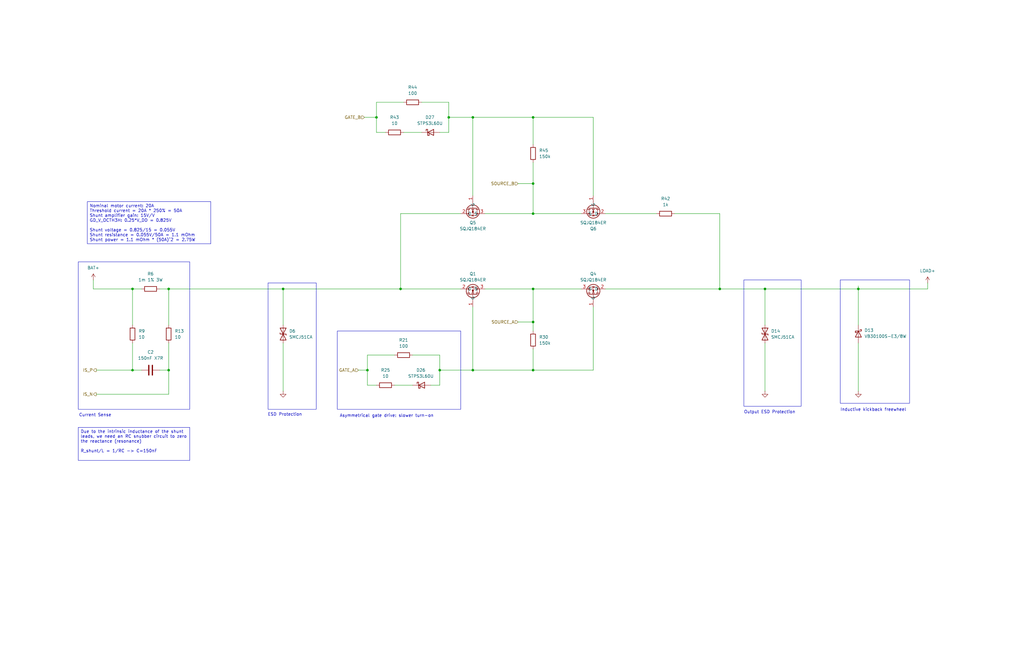
<source format=kicad_sch>
(kicad_sch
	(version 20250114)
	(generator "eeschema")
	(generator_version "9.0")
	(uuid "9f438d2a-fbd2-49bf-bcb3-9e89853a7bfb")
	(paper "B")
	(title_block
		(date "2025-04-14")
		(rev "R2.0.0")
	)
	(lib_symbols
		(symbol "Device:C"
			(pin_numbers
				(hide yes)
			)
			(pin_names
				(offset 0.254)
			)
			(exclude_from_sim no)
			(in_bom yes)
			(on_board yes)
			(property "Reference" "C"
				(at 0.635 2.54 0)
				(effects
					(font
						(size 1.27 1.27)
					)
					(justify left)
				)
			)
			(property "Value" "C"
				(at 0.635 -2.54 0)
				(effects
					(font
						(size 1.27 1.27)
					)
					(justify left)
				)
			)
			(property "Footprint" ""
				(at 0.9652 -3.81 0)
				(effects
					(font
						(size 1.27 1.27)
					)
					(hide yes)
				)
			)
			(property "Datasheet" "~"
				(at 0 0 0)
				(effects
					(font
						(size 1.27 1.27)
					)
					(hide yes)
				)
			)
			(property "Description" "Unpolarized capacitor"
				(at 0 0 0)
				(effects
					(font
						(size 1.27 1.27)
					)
					(hide yes)
				)
			)
			(property "ki_keywords" "cap capacitor"
				(at 0 0 0)
				(effects
					(font
						(size 1.27 1.27)
					)
					(hide yes)
				)
			)
			(property "ki_fp_filters" "C_*"
				(at 0 0 0)
				(effects
					(font
						(size 1.27 1.27)
					)
					(hide yes)
				)
			)
			(symbol "C_0_1"
				(polyline
					(pts
						(xy -2.032 0.762) (xy 2.032 0.762)
					)
					(stroke
						(width 0.508)
						(type default)
					)
					(fill
						(type none)
					)
				)
				(polyline
					(pts
						(xy -2.032 -0.762) (xy 2.032 -0.762)
					)
					(stroke
						(width 0.508)
						(type default)
					)
					(fill
						(type none)
					)
				)
			)
			(symbol "C_1_1"
				(pin passive line
					(at 0 3.81 270)
					(length 2.794)
					(name "~"
						(effects
							(font
								(size 1.27 1.27)
							)
						)
					)
					(number "1"
						(effects
							(font
								(size 1.27 1.27)
							)
						)
					)
				)
				(pin passive line
					(at 0 -3.81 90)
					(length 2.794)
					(name "~"
						(effects
							(font
								(size 1.27 1.27)
							)
						)
					)
					(number "2"
						(effects
							(font
								(size 1.27 1.27)
							)
						)
					)
				)
			)
			(embedded_fonts no)
		)
		(symbol "Device:D_Schottky"
			(pin_numbers
				(hide yes)
			)
			(pin_names
				(offset 1.016)
				(hide yes)
			)
			(exclude_from_sim no)
			(in_bom yes)
			(on_board yes)
			(property "Reference" "D"
				(at 0 2.54 0)
				(effects
					(font
						(size 1.27 1.27)
					)
				)
			)
			(property "Value" "D_Schottky"
				(at 0 -2.54 0)
				(effects
					(font
						(size 1.27 1.27)
					)
				)
			)
			(property "Footprint" ""
				(at 0 0 0)
				(effects
					(font
						(size 1.27 1.27)
					)
					(hide yes)
				)
			)
			(property "Datasheet" "~"
				(at 0 0 0)
				(effects
					(font
						(size 1.27 1.27)
					)
					(hide yes)
				)
			)
			(property "Description" "Schottky diode"
				(at 0 0 0)
				(effects
					(font
						(size 1.27 1.27)
					)
					(hide yes)
				)
			)
			(property "ki_keywords" "diode Schottky"
				(at 0 0 0)
				(effects
					(font
						(size 1.27 1.27)
					)
					(hide yes)
				)
			)
			(property "ki_fp_filters" "TO-???* *_Diode_* *SingleDiode* D_*"
				(at 0 0 0)
				(effects
					(font
						(size 1.27 1.27)
					)
					(hide yes)
				)
			)
			(symbol "D_Schottky_0_1"
				(polyline
					(pts
						(xy -1.905 0.635) (xy -1.905 1.27) (xy -1.27 1.27) (xy -1.27 -1.27) (xy -0.635 -1.27) (xy -0.635 -0.635)
					)
					(stroke
						(width 0.254)
						(type default)
					)
					(fill
						(type none)
					)
				)
				(polyline
					(pts
						(xy 1.27 1.27) (xy 1.27 -1.27) (xy -1.27 0) (xy 1.27 1.27)
					)
					(stroke
						(width 0.254)
						(type default)
					)
					(fill
						(type none)
					)
				)
				(polyline
					(pts
						(xy 1.27 0) (xy -1.27 0)
					)
					(stroke
						(width 0)
						(type default)
					)
					(fill
						(type none)
					)
				)
			)
			(symbol "D_Schottky_1_1"
				(pin passive line
					(at -3.81 0 0)
					(length 2.54)
					(name "K"
						(effects
							(font
								(size 1.27 1.27)
							)
						)
					)
					(number "1"
						(effects
							(font
								(size 1.27 1.27)
							)
						)
					)
				)
				(pin passive line
					(at 3.81 0 180)
					(length 2.54)
					(name "A"
						(effects
							(font
								(size 1.27 1.27)
							)
						)
					)
					(number "2"
						(effects
							(font
								(size 1.27 1.27)
							)
						)
					)
				)
			)
			(embedded_fonts no)
		)
		(symbol "Device:D_TVS"
			(pin_numbers
				(hide yes)
			)
			(pin_names
				(offset 1.016)
				(hide yes)
			)
			(exclude_from_sim no)
			(in_bom yes)
			(on_board yes)
			(property "Reference" "D"
				(at 0 2.54 0)
				(effects
					(font
						(size 1.27 1.27)
					)
				)
			)
			(property "Value" "D_TVS"
				(at 0 -2.54 0)
				(effects
					(font
						(size 1.27 1.27)
					)
				)
			)
			(property "Footprint" ""
				(at 0 0 0)
				(effects
					(font
						(size 1.27 1.27)
					)
					(hide yes)
				)
			)
			(property "Datasheet" "~"
				(at 0 0 0)
				(effects
					(font
						(size 1.27 1.27)
					)
					(hide yes)
				)
			)
			(property "Description" "Bidirectional transient-voltage-suppression diode"
				(at 0 0 0)
				(effects
					(font
						(size 1.27 1.27)
					)
					(hide yes)
				)
			)
			(property "ki_keywords" "diode TVS thyrector"
				(at 0 0 0)
				(effects
					(font
						(size 1.27 1.27)
					)
					(hide yes)
				)
			)
			(property "ki_fp_filters" "TO-???* *_Diode_* *SingleDiode* D_*"
				(at 0 0 0)
				(effects
					(font
						(size 1.27 1.27)
					)
					(hide yes)
				)
			)
			(symbol "D_TVS_0_1"
				(polyline
					(pts
						(xy -2.54 1.27) (xy -2.54 -1.27) (xy 2.54 1.27) (xy 2.54 -1.27) (xy -2.54 1.27)
					)
					(stroke
						(width 0.254)
						(type default)
					)
					(fill
						(type none)
					)
				)
				(polyline
					(pts
						(xy 0.508 1.27) (xy 0 1.27) (xy 0 -1.27) (xy -0.508 -1.27)
					)
					(stroke
						(width 0.254)
						(type default)
					)
					(fill
						(type none)
					)
				)
				(polyline
					(pts
						(xy 1.27 0) (xy -1.27 0)
					)
					(stroke
						(width 0)
						(type default)
					)
					(fill
						(type none)
					)
				)
			)
			(symbol "D_TVS_1_1"
				(pin passive line
					(at -3.81 0 0)
					(length 2.54)
					(name "A1"
						(effects
							(font
								(size 1.27 1.27)
							)
						)
					)
					(number "1"
						(effects
							(font
								(size 1.27 1.27)
							)
						)
					)
				)
				(pin passive line
					(at 3.81 0 180)
					(length 2.54)
					(name "A2"
						(effects
							(font
								(size 1.27 1.27)
							)
						)
					)
					(number "2"
						(effects
							(font
								(size 1.27 1.27)
							)
						)
					)
				)
			)
			(embedded_fonts no)
		)
		(symbol "Device:R"
			(pin_numbers
				(hide yes)
			)
			(pin_names
				(offset 0)
			)
			(exclude_from_sim no)
			(in_bom yes)
			(on_board yes)
			(property "Reference" "R"
				(at 2.032 0 90)
				(effects
					(font
						(size 1.27 1.27)
					)
				)
			)
			(property "Value" "R"
				(at 0 0 90)
				(effects
					(font
						(size 1.27 1.27)
					)
				)
			)
			(property "Footprint" ""
				(at -1.778 0 90)
				(effects
					(font
						(size 1.27 1.27)
					)
					(hide yes)
				)
			)
			(property "Datasheet" "~"
				(at 0 0 0)
				(effects
					(font
						(size 1.27 1.27)
					)
					(hide yes)
				)
			)
			(property "Description" "Resistor"
				(at 0 0 0)
				(effects
					(font
						(size 1.27 1.27)
					)
					(hide yes)
				)
			)
			(property "ki_keywords" "R res resistor"
				(at 0 0 0)
				(effects
					(font
						(size 1.27 1.27)
					)
					(hide yes)
				)
			)
			(property "ki_fp_filters" "R_*"
				(at 0 0 0)
				(effects
					(font
						(size 1.27 1.27)
					)
					(hide yes)
				)
			)
			(symbol "R_0_1"
				(rectangle
					(start -1.016 -2.54)
					(end 1.016 2.54)
					(stroke
						(width 0.254)
						(type default)
					)
					(fill
						(type none)
					)
				)
			)
			(symbol "R_1_1"
				(pin passive line
					(at 0 3.81 270)
					(length 1.27)
					(name "~"
						(effects
							(font
								(size 1.27 1.27)
							)
						)
					)
					(number "1"
						(effects
							(font
								(size 1.27 1.27)
							)
						)
					)
				)
				(pin passive line
					(at 0 -3.81 90)
					(length 1.27)
					(name "~"
						(effects
							(font
								(size 1.27 1.27)
							)
						)
					)
					(number "2"
						(effects
							(font
								(size 1.27 1.27)
							)
						)
					)
				)
			)
			(embedded_fonts no)
		)
		(symbol "custom_symbols:SQJQ184ER"
			(exclude_from_sim no)
			(in_bom yes)
			(on_board yes)
			(property "Reference" "Q"
				(at 0 0 0)
				(effects
					(font
						(size 1.27 1.27)
					)
				)
			)
			(property "Value" "SQJQ184ER"
				(at 0 0 0)
				(effects
					(font
						(size 1.27 1.27)
					)
				)
			)
			(property "Footprint" "custom_footprints:SQJQ184ER"
				(at 0 0 0)
				(effects
					(font
						(size 1.27 1.27)
					)
					(hide yes)
				)
			)
			(property "Datasheet" "https://www.vishay.com/docs/71298/sqjq184er.pdf"
				(at 0 0 0)
				(effects
					(font
						(size 1.27 1.27)
					)
					(hide yes)
				)
			)
			(property "Description" "Automotive N-Channel 80 V (D-S) 175 °C MOSFET"
				(at 0 0 0)
				(effects
					(font
						(size 1.27 1.27)
					)
					(hide yes)
				)
			)
			(symbol "SQJQ184ER_0_1"
				(polyline
					(pts
						(xy 6.604 -0.635) (xy 6.604 -4.445)
					)
					(stroke
						(width 0.254)
						(type default)
					)
					(fill
						(type none)
					)
				)
				(polyline
					(pts
						(xy 6.604 -2.54) (xy 3.81 -2.54)
					)
					(stroke
						(width 0)
						(type default)
					)
					(fill
						(type none)
					)
				)
				(polyline
					(pts
						(xy 7.112 -0.254) (xy 7.112 -1.27)
					)
					(stroke
						(width 0.254)
						(type default)
					)
					(fill
						(type none)
					)
				)
				(polyline
					(pts
						(xy 7.112 -2.032) (xy 7.112 -3.048)
					)
					(stroke
						(width 0.254)
						(type default)
					)
					(fill
						(type none)
					)
				)
				(polyline
					(pts
						(xy 7.112 -3.81) (xy 7.112 -4.826)
					)
					(stroke
						(width 0.254)
						(type default)
					)
					(fill
						(type none)
					)
				)
				(polyline
					(pts
						(xy 7.112 -4.318) (xy 9.652 -4.318) (xy 9.652 -0.762) (xy 7.112 -0.762)
					)
					(stroke
						(width 0)
						(type default)
					)
					(fill
						(type none)
					)
				)
				(polyline
					(pts
						(xy 7.366 -2.54) (xy 8.382 -2.159) (xy 8.382 -2.921) (xy 7.366 -2.54)
					)
					(stroke
						(width 0)
						(type default)
					)
					(fill
						(type outline)
					)
				)
				(circle
					(center 8.001 -2.54)
					(radius 2.794)
					(stroke
						(width 0.254)
						(type default)
					)
					(fill
						(type none)
					)
				)
				(polyline
					(pts
						(xy 8.89 0) (xy 8.89 -0.762)
					)
					(stroke
						(width 0)
						(type default)
					)
					(fill
						(type none)
					)
				)
				(circle
					(center 8.89 -0.762)
					(radius 0.254)
					(stroke
						(width 0)
						(type default)
					)
					(fill
						(type outline)
					)
				)
				(circle
					(center 8.89 -4.318)
					(radius 0.254)
					(stroke
						(width 0)
						(type default)
					)
					(fill
						(type outline)
					)
				)
				(polyline
					(pts
						(xy 8.89 -5.08) (xy 8.89 -2.54) (xy 7.112 -2.54)
					)
					(stroke
						(width 0)
						(type default)
					)
					(fill
						(type none)
					)
				)
				(polyline
					(pts
						(xy 9.271 -2.159) (xy 10.033 -2.159)
					)
					(stroke
						(width 0)
						(type default)
					)
					(fill
						(type none)
					)
				)
				(polyline
					(pts
						(xy 9.652 -2.159) (xy 9.271 -2.794) (xy 10.033 -2.794) (xy 9.652 -2.159)
					)
					(stroke
						(width 0)
						(type default)
					)
					(fill
						(type none)
					)
				)
			)
			(symbol "SQJQ184ER_1_1"
				(pin input line
					(at 1.27 -2.54 0)
					(length 2.54)
					(name "G"
						(effects
							(font
								(size 1.27 1.27)
							)
						)
					)
					(number "1"
						(effects
							(font
								(size 1.27 1.27)
							)
						)
					)
				)
				(pin passive line
					(at 8.89 2.54 270)
					(length 2.54)
					(name "D"
						(effects
							(font
								(size 1.27 1.27)
							)
						)
					)
					(number "2"
						(effects
							(font
								(size 1.27 1.27)
							)
						)
					)
				)
				(pin passive line
					(at 8.89 -7.62 90)
					(length 2.54)
					(name "S"
						(effects
							(font
								(size 1.27 1.27)
							)
						)
					)
					(number "3"
						(effects
							(font
								(size 1.27 1.27)
							)
						)
					)
				)
			)
			(embedded_fonts no)
		)
		(symbol "power:+3V3"
			(power)
			(pin_numbers
				(hide yes)
			)
			(pin_names
				(offset 0)
				(hide yes)
			)
			(exclude_from_sim no)
			(in_bom yes)
			(on_board yes)
			(property "Reference" "#PWR"
				(at 0 -3.81 0)
				(effects
					(font
						(size 1.27 1.27)
					)
					(hide yes)
				)
			)
			(property "Value" "+3V3"
				(at 0 3.556 0)
				(effects
					(font
						(size 1.27 1.27)
					)
				)
			)
			(property "Footprint" ""
				(at 0 0 0)
				(effects
					(font
						(size 1.27 1.27)
					)
					(hide yes)
				)
			)
			(property "Datasheet" ""
				(at 0 0 0)
				(effects
					(font
						(size 1.27 1.27)
					)
					(hide yes)
				)
			)
			(property "Description" "Power symbol creates a global label with name \"+3V3\""
				(at 0 0 0)
				(effects
					(font
						(size 1.27 1.27)
					)
					(hide yes)
				)
			)
			(property "ki_keywords" "global power"
				(at 0 0 0)
				(effects
					(font
						(size 1.27 1.27)
					)
					(hide yes)
				)
			)
			(symbol "+3V3_0_1"
				(polyline
					(pts
						(xy -0.762 1.27) (xy 0 2.54)
					)
					(stroke
						(width 0)
						(type default)
					)
					(fill
						(type none)
					)
				)
				(polyline
					(pts
						(xy 0 2.54) (xy 0.762 1.27)
					)
					(stroke
						(width 0)
						(type default)
					)
					(fill
						(type none)
					)
				)
				(polyline
					(pts
						(xy 0 0) (xy 0 2.54)
					)
					(stroke
						(width 0)
						(type default)
					)
					(fill
						(type none)
					)
				)
			)
			(symbol "+3V3_1_1"
				(pin power_in line
					(at 0 0 90)
					(length 0)
					(name "~"
						(effects
							(font
								(size 1.27 1.27)
							)
						)
					)
					(number "1"
						(effects
							(font
								(size 1.27 1.27)
							)
						)
					)
				)
			)
			(embedded_fonts no)
		)
		(symbol "power:GND"
			(power)
			(pin_numbers
				(hide yes)
			)
			(pin_names
				(offset 0)
				(hide yes)
			)
			(exclude_from_sim no)
			(in_bom yes)
			(on_board yes)
			(property "Reference" "#PWR"
				(at 0 -6.35 0)
				(effects
					(font
						(size 1.27 1.27)
					)
					(hide yes)
				)
			)
			(property "Value" "GND"
				(at 0 -3.81 0)
				(effects
					(font
						(size 1.27 1.27)
					)
				)
			)
			(property "Footprint" ""
				(at 0 0 0)
				(effects
					(font
						(size 1.27 1.27)
					)
					(hide yes)
				)
			)
			(property "Datasheet" ""
				(at 0 0 0)
				(effects
					(font
						(size 1.27 1.27)
					)
					(hide yes)
				)
			)
			(property "Description" "Power symbol creates a global label with name \"GND\" , ground"
				(at 0 0 0)
				(effects
					(font
						(size 1.27 1.27)
					)
					(hide yes)
				)
			)
			(property "ki_keywords" "global power"
				(at 0 0 0)
				(effects
					(font
						(size 1.27 1.27)
					)
					(hide yes)
				)
			)
			(symbol "GND_0_1"
				(polyline
					(pts
						(xy 0 0) (xy 0 -1.27) (xy 1.27 -1.27) (xy 0 -2.54) (xy -1.27 -1.27) (xy 0 -1.27)
					)
					(stroke
						(width 0)
						(type default)
					)
					(fill
						(type none)
					)
				)
			)
			(symbol "GND_1_1"
				(pin power_in line
					(at 0 0 270)
					(length 0)
					(name "~"
						(effects
							(font
								(size 1.27 1.27)
							)
						)
					)
					(number "1"
						(effects
							(font
								(size 1.27 1.27)
							)
						)
					)
				)
			)
			(embedded_fonts no)
		)
	)
	(rectangle
		(start 142.24 139.7)
		(end 194.31 172.72)
		(stroke
			(width 0)
			(type default)
		)
		(fill
			(type none)
		)
		(uuid 17c53726-0c58-438c-8492-702a78117653)
	)
	(rectangle
		(start 313.69 118.11)
		(end 337.82 171.45)
		(stroke
			(width 0)
			(type default)
		)
		(fill
			(type none)
		)
		(uuid 2ad91244-ded6-4ecd-996e-f0b796c1a64e)
	)
	(rectangle
		(start 354.33 118.11)
		(end 383.54 170.18)
		(stroke
			(width 0)
			(type default)
		)
		(fill
			(type none)
		)
		(uuid 2f9e233b-0de0-4afb-b12d-f1a097c46549)
	)
	(rectangle
		(start 113.03 119.38)
		(end 133.35 172.72)
		(stroke
			(width 0)
			(type default)
		)
		(fill
			(type none)
		)
		(uuid 614a3f36-9f48-4723-871e-06db7d643085)
	)
	(rectangle
		(start 33.02 110.49)
		(end 80.01 172.72)
		(stroke
			(width 0)
			(type default)
		)
		(fill
			(type none)
		)
		(uuid c949b286-d879-4575-aedc-42f66d7d6462)
	)
	(text "Output ESD Protection"
		(exclude_from_sim no)
		(at 313.69 173.99 0)
		(effects
			(font
				(size 1.27 1.27)
			)
			(justify left)
		)
		(uuid "6be9a038-7adf-4799-9548-524972892238")
	)
	(text "Asymmetrical gate drive: slower turn-on"
		(exclude_from_sim no)
		(at 163.068 175.514 0)
		(effects
			(font
				(size 1.27 1.27)
			)
		)
		(uuid "732e7edd-0dcb-49d5-a73b-b3904be4a98f")
	)
	(text "Current Sense\n"
		(exclude_from_sim no)
		(at 40.132 175.26 0)
		(effects
			(font
				(size 1.27 1.27)
			)
		)
		(uuid "9409f95c-0caf-4e76-a3df-5d14816d0b79")
	)
	(text "Inductive kickback freewheel"
		(exclude_from_sim no)
		(at 354.33 172.974 0)
		(effects
			(font
				(size 1.27 1.27)
			)
			(justify left)
		)
		(uuid "955d29f9-b599-4ed8-bcbc-3516d4939db8")
	)
	(text "ESD Protection"
		(exclude_from_sim no)
		(at 120.142 175.006 0)
		(effects
			(font
				(size 1.27 1.27)
			)
		)
		(uuid "dfa9e86d-5269-4936-9cdc-8e93da748291")
	)
	(text_box "Nominal motor current: 20A\nThreshold current = 20A * 250% = 50A\nShunt amplifier gain: 15V/V\nGD_V_OCTH3H: 0.25*V_DD = 0.825V\n\nShunt voltage = 0.825/15 = 0.055V\nShunt resistance = 0.055V/50A = 1.1 mOhm\nShunt power = 1.1 mOhm * (50A)^2 = 2.75W\n"
		(exclude_from_sim no)
		(at 36.83 85.09 0)
		(size 52.07 17.78)
		(margins 0.9525 0.9525 0.9525 0.9525)
		(stroke
			(width 0)
			(type solid)
		)
		(fill
			(type none)
		)
		(effects
			(font
				(size 1.27 1.27)
			)
			(justify left top)
		)
		(uuid "a09a1075-e97e-4cae-b0ae-a12399c66016")
	)
	(text_box "Due to the intrinsic inductance of the shunt leads, we need an RC snubber circuit to zero the reactance (resonance)\n\nR_shunt/L = 1/RC -> C=150nF"
		(exclude_from_sim no)
		(at 33.02 180.34 0)
		(size 46.99 13.97)
		(margins 0.9525 0.9525 0.9525 0.9525)
		(stroke
			(width 0)
			(type solid)
		)
		(fill
			(type none)
		)
		(effects
			(font
				(size 1.27 1.27)
			)
			(justify left top)
		)
		(uuid "d3c728a2-75f3-41bb-b9a7-31651f13d0cb")
	)
	(junction
		(at 55.88 156.21)
		(diameter 0)
		(color 0 0 0 0)
		(uuid "00f770e6-4d7e-48d2-a229-948ef006c259")
	)
	(junction
		(at 224.79 121.92)
		(diameter 0)
		(color 0 0 0 0)
		(uuid "02e00d91-ff81-4c12-836f-5f5c9baa58e5")
	)
	(junction
		(at 71.12 121.92)
		(diameter 0)
		(color 0 0 0 0)
		(uuid "051494f9-9cd3-4a17-809b-ffda9fe60f02")
	)
	(junction
		(at 224.79 156.21)
		(diameter 0)
		(color 0 0 0 0)
		(uuid "07dd4ad7-5713-49ce-99bc-60b7baf70267")
	)
	(junction
		(at 361.95 121.92)
		(diameter 0)
		(color 0 0 0 0)
		(uuid "0bc40d8c-6fba-41d4-932e-7abd76c25596")
	)
	(junction
		(at 224.79 90.17)
		(diameter 0)
		(color 0 0 0 0)
		(uuid "1649e907-0521-48a1-862f-de4e6542e4aa")
	)
	(junction
		(at 224.79 77.47)
		(diameter 0)
		(color 0 0 0 0)
		(uuid "253853ff-9c5a-468b-b603-c952c632fa32")
	)
	(junction
		(at 224.79 49.53)
		(diameter 0)
		(color 0 0 0 0)
		(uuid "34cd286b-fe43-49c9-813f-a59b5cdcb412")
	)
	(junction
		(at 185.42 156.21)
		(diameter 0)
		(color 0 0 0 0)
		(uuid "37ec4288-1ffc-40c2-82ca-88365522bf8a")
	)
	(junction
		(at 224.79 135.89)
		(diameter 0)
		(color 0 0 0 0)
		(uuid "4721c77c-9389-4af4-9737-a3105b584591")
	)
	(junction
		(at 199.39 156.21)
		(diameter 0)
		(color 0 0 0 0)
		(uuid "55128bb7-5888-4ed5-916d-a77f2fd23335")
	)
	(junction
		(at 303.53 121.92)
		(diameter 0)
		(color 0 0 0 0)
		(uuid "58817b8f-722f-4e7a-b85f-b780caff6779")
	)
	(junction
		(at 199.39 49.53)
		(diameter 0)
		(color 0 0 0 0)
		(uuid "5cf526a0-463c-4a04-9250-b5c0b99558fc")
	)
	(junction
		(at 168.91 121.92)
		(diameter 0)
		(color 0 0 0 0)
		(uuid "77ba11f0-dc38-4109-8933-2b67e940d07d")
	)
	(junction
		(at 71.12 156.21)
		(diameter 0)
		(color 0 0 0 0)
		(uuid "78c637ac-b348-4e5f-937b-f69b5fe10581")
	)
	(junction
		(at 158.75 49.53)
		(diameter 0)
		(color 0 0 0 0)
		(uuid "8b974bc4-c84f-4b12-980c-e95e7f8a5bd1")
	)
	(junction
		(at 55.88 121.92)
		(diameter 0)
		(color 0 0 0 0)
		(uuid "9a4b50d9-aeee-4443-b0ad-3a961eb2aff5")
	)
	(junction
		(at 119.38 121.92)
		(diameter 0)
		(color 0 0 0 0)
		(uuid "afa5fa6d-347b-45cb-ac98-a21cb7adf7d1")
	)
	(junction
		(at 154.94 156.21)
		(diameter 0)
		(color 0 0 0 0)
		(uuid "bc031f87-b7b7-49d2-a2ca-03adccd7faf3")
	)
	(junction
		(at 322.58 121.92)
		(diameter 0)
		(color 0 0 0 0)
		(uuid "dfe8d1f2-dd1c-4306-800c-17de4d13e25c")
	)
	(junction
		(at 189.23 49.53)
		(diameter 0)
		(color 0 0 0 0)
		(uuid "e0bc68c1-c324-4125-a4f8-72894db9b1b9")
	)
	(wire
		(pts
			(xy 224.79 121.92) (xy 224.79 135.89)
		)
		(stroke
			(width 0)
			(type default)
		)
		(uuid "034cbeb2-78a8-4111-88fa-0ba58f7bcf79")
	)
	(wire
		(pts
			(xy 224.79 77.47) (xy 224.79 90.17)
		)
		(stroke
			(width 0)
			(type default)
		)
		(uuid "0552fa64-8dfd-47c2-b36b-4376229e4aa9")
	)
	(wire
		(pts
			(xy 189.23 49.53) (xy 189.23 55.88)
		)
		(stroke
			(width 0)
			(type default)
		)
		(uuid "10cb8fa5-a4c2-4a66-ac87-7ed27db07a4f")
	)
	(wire
		(pts
			(xy 71.12 156.21) (xy 71.12 166.37)
		)
		(stroke
			(width 0)
			(type default)
		)
		(uuid "11052122-86d8-4aad-be5d-9ed9bc9a72df")
	)
	(wire
		(pts
			(xy 55.88 144.78) (xy 55.88 156.21)
		)
		(stroke
			(width 0)
			(type default)
		)
		(uuid "12c1504d-09b9-41ff-95c1-b56bc31e6db2")
	)
	(wire
		(pts
			(xy 218.44 77.47) (xy 224.79 77.47)
		)
		(stroke
			(width 0)
			(type default)
		)
		(uuid "1559f898-19cd-4bac-85ef-6438cdb20acf")
	)
	(wire
		(pts
			(xy 204.47 90.17) (xy 224.79 90.17)
		)
		(stroke
			(width 0)
			(type default)
		)
		(uuid "16bb9970-44b8-40fc-8c18-637b44f0a2a3")
	)
	(wire
		(pts
			(xy 322.58 121.92) (xy 322.58 137.16)
		)
		(stroke
			(width 0)
			(type default)
		)
		(uuid "1a083739-54c0-46c0-95eb-b3183349f9d4")
	)
	(wire
		(pts
			(xy 322.58 144.78) (xy 322.58 165.1)
		)
		(stroke
			(width 0)
			(type default)
		)
		(uuid "1f7003ab-67b6-4c9e-9090-64862c63dc09")
	)
	(wire
		(pts
			(xy 199.39 129.54) (xy 199.39 156.21)
		)
		(stroke
			(width 0)
			(type default)
		)
		(uuid "20265e81-2663-440b-ba52-f1aee7de2775")
	)
	(wire
		(pts
			(xy 361.95 144.78) (xy 361.95 165.1)
		)
		(stroke
			(width 0)
			(type default)
		)
		(uuid "25904ecb-07be-4a38-af07-17b69b1c05a6")
	)
	(wire
		(pts
			(xy 119.38 137.16) (xy 119.38 121.92)
		)
		(stroke
			(width 0)
			(type default)
		)
		(uuid "284dc106-6a4b-4a1f-b089-b6f2a1a7c7d7")
	)
	(wire
		(pts
			(xy 189.23 43.18) (xy 189.23 49.53)
		)
		(stroke
			(width 0)
			(type default)
		)
		(uuid "294bc3f2-856e-4742-a8b2-081302e32d58")
	)
	(wire
		(pts
			(xy 224.79 49.53) (xy 250.19 49.53)
		)
		(stroke
			(width 0)
			(type default)
		)
		(uuid "29d3e655-6307-4f0c-91c9-41234c9b99d0")
	)
	(wire
		(pts
			(xy 119.38 144.78) (xy 119.38 165.1)
		)
		(stroke
			(width 0)
			(type default)
		)
		(uuid "2bebdaee-b360-418a-98e7-fd192ccf9208")
	)
	(wire
		(pts
			(xy 154.94 149.86) (xy 154.94 156.21)
		)
		(stroke
			(width 0)
			(type default)
		)
		(uuid "2dc2aab8-ad15-436e-84e3-5099b0a06cde")
	)
	(wire
		(pts
			(xy 218.44 135.89) (xy 224.79 135.89)
		)
		(stroke
			(width 0)
			(type default)
		)
		(uuid "2df27bbf-ccbb-4033-9e65-76fb846c5ff2")
	)
	(wire
		(pts
			(xy 153.67 49.53) (xy 158.75 49.53)
		)
		(stroke
			(width 0)
			(type default)
		)
		(uuid "2e13d93c-6f4d-4746-8880-abd146d8fe3c")
	)
	(wire
		(pts
			(xy 224.79 156.21) (xy 250.19 156.21)
		)
		(stroke
			(width 0)
			(type default)
		)
		(uuid "2e87b28a-b840-4274-bd4c-db97102e3627")
	)
	(wire
		(pts
			(xy 185.42 149.86) (xy 173.99 149.86)
		)
		(stroke
			(width 0)
			(type default)
		)
		(uuid "3040a819-9c1f-4d57-8a6a-2e3c04f0d378")
	)
	(wire
		(pts
			(xy 158.75 49.53) (xy 158.75 55.88)
		)
		(stroke
			(width 0)
			(type default)
		)
		(uuid "36ef46db-e892-4dbf-8a22-0b6626d9f5d4")
	)
	(wire
		(pts
			(xy 185.42 162.56) (xy 185.42 156.21)
		)
		(stroke
			(width 0)
			(type default)
		)
		(uuid "3b9dc111-01d7-4a37-b4c7-8c11860db707")
	)
	(wire
		(pts
			(xy 71.12 144.78) (xy 71.12 156.21)
		)
		(stroke
			(width 0)
			(type default)
		)
		(uuid "3e6e7a47-dfe3-494c-a8e9-f9d5c4e8023a")
	)
	(wire
		(pts
			(xy 154.94 162.56) (xy 158.75 162.56)
		)
		(stroke
			(width 0)
			(type default)
		)
		(uuid "40ad756a-9c92-43e4-84a7-39e96463043d")
	)
	(wire
		(pts
			(xy 170.18 43.18) (xy 158.75 43.18)
		)
		(stroke
			(width 0)
			(type default)
		)
		(uuid "411f6d29-28a2-4f8a-a31c-4251508b6038")
	)
	(wire
		(pts
			(xy 166.37 149.86) (xy 154.94 149.86)
		)
		(stroke
			(width 0)
			(type default)
		)
		(uuid "445d4023-2624-4822-bd48-d9d3ae08ac80")
	)
	(wire
		(pts
			(xy 154.94 156.21) (xy 154.94 162.56)
		)
		(stroke
			(width 0)
			(type default)
		)
		(uuid "45366a41-91be-455b-9c84-de3836446753")
	)
	(wire
		(pts
			(xy 39.37 118.11) (xy 39.37 121.92)
		)
		(stroke
			(width 0)
			(type default)
		)
		(uuid "46db906e-4f0f-4862-8221-290e32a0ec8b")
	)
	(wire
		(pts
			(xy 199.39 49.53) (xy 224.79 49.53)
		)
		(stroke
			(width 0)
			(type default)
		)
		(uuid "484790ff-d783-4b0f-80f1-a02e11d108c0")
	)
	(wire
		(pts
			(xy 224.79 68.58) (xy 224.79 77.47)
		)
		(stroke
			(width 0)
			(type default)
		)
		(uuid "4efd8b13-00a2-4785-a9cd-4441e0bceea5")
	)
	(wire
		(pts
			(xy 224.79 90.17) (xy 245.11 90.17)
		)
		(stroke
			(width 0)
			(type default)
		)
		(uuid "5558e724-efd3-45bf-a8ae-82ab0435261f")
	)
	(wire
		(pts
			(xy 168.91 121.92) (xy 194.31 121.92)
		)
		(stroke
			(width 0)
			(type default)
		)
		(uuid "5808b01c-9b31-4cbf-92db-fa780db0357b")
	)
	(wire
		(pts
			(xy 284.48 90.17) (xy 303.53 90.17)
		)
		(stroke
			(width 0)
			(type default)
		)
		(uuid "5ba3c175-56ab-4c40-89b3-87f1b0653d35")
	)
	(wire
		(pts
			(xy 224.79 49.53) (xy 224.79 60.96)
		)
		(stroke
			(width 0)
			(type default)
		)
		(uuid "5de0fea0-8bdc-4d88-9559-58ff44e1973a")
	)
	(wire
		(pts
			(xy 151.13 156.21) (xy 154.94 156.21)
		)
		(stroke
			(width 0)
			(type default)
		)
		(uuid "606e4db6-24e4-4fcf-961e-bb691e41e6f6")
	)
	(wire
		(pts
			(xy 158.75 55.88) (xy 162.56 55.88)
		)
		(stroke
			(width 0)
			(type default)
		)
		(uuid "61dcf673-d0ff-4529-8cc3-9f16cd37963a")
	)
	(wire
		(pts
			(xy 189.23 49.53) (xy 199.39 49.53)
		)
		(stroke
			(width 0)
			(type default)
		)
		(uuid "62ac4f9b-1480-42a0-8291-5de5118d4407")
	)
	(wire
		(pts
			(xy 170.18 55.88) (xy 177.8 55.88)
		)
		(stroke
			(width 0)
			(type default)
		)
		(uuid "6e4891ab-0228-4f9a-a74c-fe376030b502")
	)
	(wire
		(pts
			(xy 322.58 121.92) (xy 361.95 121.92)
		)
		(stroke
			(width 0)
			(type default)
		)
		(uuid "7d95634a-6380-46aa-92db-371c3117885f")
	)
	(wire
		(pts
			(xy 361.95 121.92) (xy 391.16 121.92)
		)
		(stroke
			(width 0)
			(type default)
		)
		(uuid "8254efa2-0ad3-4c3e-849f-e689ad8816ce")
	)
	(wire
		(pts
			(xy 303.53 121.92) (xy 322.58 121.92)
		)
		(stroke
			(width 0)
			(type default)
		)
		(uuid "828aa080-3e69-469a-ba3f-768fcc7adc02")
	)
	(wire
		(pts
			(xy 71.12 121.92) (xy 119.38 121.92)
		)
		(stroke
			(width 0)
			(type default)
		)
		(uuid "83540df5-7c9a-42e4-8bc7-1ce124c959b0")
	)
	(wire
		(pts
			(xy 361.95 121.92) (xy 361.95 137.16)
		)
		(stroke
			(width 0)
			(type default)
		)
		(uuid "84dd4811-64b8-46f0-894a-e128d6e4b322")
	)
	(wire
		(pts
			(xy 255.27 121.92) (xy 303.53 121.92)
		)
		(stroke
			(width 0)
			(type default)
		)
		(uuid "8542e05f-6470-46a1-8002-d58ad7a4f1a3")
	)
	(wire
		(pts
			(xy 224.79 121.92) (xy 245.11 121.92)
		)
		(stroke
			(width 0)
			(type default)
		)
		(uuid "8a680a5a-cc99-4fea-9ae1-472c9a28839d")
	)
	(wire
		(pts
			(xy 303.53 90.17) (xy 303.53 121.92)
		)
		(stroke
			(width 0)
			(type default)
		)
		(uuid "8a881fcb-4f1a-496e-a4b1-f612f32a554d")
	)
	(wire
		(pts
			(xy 55.88 156.21) (xy 59.69 156.21)
		)
		(stroke
			(width 0)
			(type default)
		)
		(uuid "8eacc844-6d41-4c4c-8788-5c8d11914341")
	)
	(wire
		(pts
			(xy 166.37 162.56) (xy 173.99 162.56)
		)
		(stroke
			(width 0)
			(type default)
		)
		(uuid "9066aa70-dd5b-4326-aa24-1183a18d9250")
	)
	(wire
		(pts
			(xy 158.75 43.18) (xy 158.75 49.53)
		)
		(stroke
			(width 0)
			(type default)
		)
		(uuid "91f76856-bb32-49d1-aaca-657dec0da183")
	)
	(wire
		(pts
			(xy 67.31 156.21) (xy 71.12 156.21)
		)
		(stroke
			(width 0)
			(type default)
		)
		(uuid "96b13816-5c72-4fe9-8c4c-345c018bddcf")
	)
	(wire
		(pts
			(xy 361.95 120.65) (xy 361.95 121.92)
		)
		(stroke
			(width 0)
			(type default)
		)
		(uuid "96c5adee-af2d-4f69-8758-b041b5738118")
	)
	(wire
		(pts
			(xy 55.88 121.92) (xy 59.69 121.92)
		)
		(stroke
			(width 0)
			(type default)
		)
		(uuid "9b460141-d48c-420c-896a-7d656fccd5ff")
	)
	(wire
		(pts
			(xy 71.12 166.37) (xy 40.64 166.37)
		)
		(stroke
			(width 0)
			(type default)
		)
		(uuid "a5dfcea2-7bf1-4de5-aacf-0f6abbeeb11a")
	)
	(wire
		(pts
			(xy 185.42 55.88) (xy 189.23 55.88)
		)
		(stroke
			(width 0)
			(type default)
		)
		(uuid "ad3b02d5-60d9-4226-8bf5-6d42a265b046")
	)
	(wire
		(pts
			(xy 204.47 121.92) (xy 224.79 121.92)
		)
		(stroke
			(width 0)
			(type default)
		)
		(uuid "b13962f5-7db6-47d4-8032-aec34a807634")
	)
	(wire
		(pts
			(xy 71.12 121.92) (xy 71.12 137.16)
		)
		(stroke
			(width 0)
			(type default)
		)
		(uuid "b5d3ea2b-6af2-4b15-8fad-0fa5db8245da")
	)
	(wire
		(pts
			(xy 189.23 43.18) (xy 177.8 43.18)
		)
		(stroke
			(width 0)
			(type default)
		)
		(uuid "be97e1a0-d2fb-4b3d-9ba0-28bb367d0196")
	)
	(wire
		(pts
			(xy 391.16 121.92) (xy 391.16 119.38)
		)
		(stroke
			(width 0)
			(type default)
		)
		(uuid "bff948f3-f291-4edd-8560-c7023b266200")
	)
	(wire
		(pts
			(xy 255.27 90.17) (xy 276.86 90.17)
		)
		(stroke
			(width 0)
			(type default)
		)
		(uuid "cc6d9ed5-8702-499f-9e02-3ef907cf4ad7")
	)
	(wire
		(pts
			(xy 168.91 90.17) (xy 168.91 121.92)
		)
		(stroke
			(width 0)
			(type default)
		)
		(uuid "cce63afd-3a35-4eb5-aa79-95bcaccb076c")
	)
	(wire
		(pts
			(xy 185.42 156.21) (xy 185.42 149.86)
		)
		(stroke
			(width 0)
			(type default)
		)
		(uuid "cd4118a3-05bf-4fe9-92b7-762f2e1dbdc7")
	)
	(wire
		(pts
			(xy 67.31 121.92) (xy 71.12 121.92)
		)
		(stroke
			(width 0)
			(type default)
		)
		(uuid "d14eaea4-cd1a-4807-9944-a9c6275ade2f")
	)
	(wire
		(pts
			(xy 194.31 90.17) (xy 168.91 90.17)
		)
		(stroke
			(width 0)
			(type default)
		)
		(uuid "d1c1bc58-dd0e-4323-96f7-227d75cf91ec")
	)
	(wire
		(pts
			(xy 199.39 156.21) (xy 224.79 156.21)
		)
		(stroke
			(width 0)
			(type default)
		)
		(uuid "d2f5eaf3-1c2d-4f34-b633-6377aa006105")
	)
	(wire
		(pts
			(xy 250.19 82.55) (xy 250.19 49.53)
		)
		(stroke
			(width 0)
			(type default)
		)
		(uuid "d4c5d237-f6fa-483a-ace1-3fa0c39f6f88")
	)
	(wire
		(pts
			(xy 224.79 135.89) (xy 224.79 139.7)
		)
		(stroke
			(width 0)
			(type default)
		)
		(uuid "d8249342-482d-4fc2-97ac-4e340b987717")
	)
	(wire
		(pts
			(xy 185.42 156.21) (xy 199.39 156.21)
		)
		(stroke
			(width 0)
			(type default)
		)
		(uuid "dadb528d-4c08-4a8b-afcd-5b6e328b9fb0")
	)
	(wire
		(pts
			(xy 224.79 147.32) (xy 224.79 156.21)
		)
		(stroke
			(width 0)
			(type default)
		)
		(uuid "de539378-ca06-465f-af58-f82e6ed1b712")
	)
	(wire
		(pts
			(xy 119.38 121.92) (xy 168.91 121.92)
		)
		(stroke
			(width 0)
			(type default)
		)
		(uuid "e5fd1b8b-af43-48c4-b12b-5a82a8d02e9a")
	)
	(wire
		(pts
			(xy 55.88 121.92) (xy 55.88 137.16)
		)
		(stroke
			(width 0)
			(type default)
		)
		(uuid "e992f6f3-faf0-486d-a13d-c19352ef77f6")
	)
	(wire
		(pts
			(xy 199.39 82.55) (xy 199.39 49.53)
		)
		(stroke
			(width 0)
			(type default)
		)
		(uuid "ec36f0f7-0344-49ad-9f15-62a55e2f1395")
	)
	(wire
		(pts
			(xy 181.61 162.56) (xy 185.42 162.56)
		)
		(stroke
			(width 0)
			(type default)
		)
		(uuid "ee1f08b0-6fe7-4db8-bc82-10c673ea4749")
	)
	(wire
		(pts
			(xy 40.64 156.21) (xy 55.88 156.21)
		)
		(stroke
			(width 0)
			(type default)
		)
		(uuid "f8600667-2dc8-4278-b867-7eb98fac5d43")
	)
	(wire
		(pts
			(xy 250.19 129.54) (xy 250.19 156.21)
		)
		(stroke
			(width 0)
			(type default)
		)
		(uuid "f9ec2242-d7e0-44be-91ec-58147ed73090")
	)
	(wire
		(pts
			(xy 39.37 121.92) (xy 55.88 121.92)
		)
		(stroke
			(width 0)
			(type default)
		)
		(uuid "fded6711-b8f1-45c1-9967-1872a97714e0")
	)
	(hierarchical_label "SOURCE_A"
		(shape input)
		(at 218.44 135.89 180)
		(effects
			(font
				(size 1.27 1.27)
			)
			(justify right)
		)
		(uuid "177672a6-5863-4f9d-b061-551774631eb7")
	)
	(hierarchical_label "IS_N"
		(shape output)
		(at 40.64 166.37 180)
		(effects
			(font
				(size 1.27 1.27)
			)
			(justify right)
		)
		(uuid "687ed26e-331a-460b-a590-fc8849e2a689")
	)
	(hierarchical_label "GATE_B"
		(shape input)
		(at 153.67 49.53 180)
		(effects
			(font
				(size 1.27 1.27)
			)
			(justify right)
		)
		(uuid "84a2ab6a-a087-41f9-8c73-13826e190868")
	)
	(hierarchical_label "SOURCE_B"
		(shape input)
		(at 218.44 77.47 180)
		(effects
			(font
				(size 1.27 1.27)
			)
			(justify right)
		)
		(uuid "a013c352-eba4-474b-9fee-d328a25a71b4")
	)
	(hierarchical_label "IS_P"
		(shape output)
		(at 40.64 156.21 180)
		(effects
			(font
				(size 1.27 1.27)
			)
			(justify right)
		)
		(uuid "b3695995-6e67-46ba-a40e-d22c49447194")
	)
	(hierarchical_label "GATE_A"
		(shape input)
		(at 151.13 156.21 180)
		(effects
			(font
				(size 1.27 1.27)
			)
			(justify right)
		)
		(uuid "b712127f-3e73-407d-9519-44b533849710")
	)
	(symbol
		(lib_id "Device:R")
		(at 71.12 140.97 180)
		(unit 1)
		(exclude_from_sim no)
		(in_bom yes)
		(on_board yes)
		(dnp no)
		(fields_autoplaced yes)
		(uuid "003f6c30-00f6-45a8-b38f-a86a70eb872c")
		(property "Reference" "R13"
			(at 73.66 139.6999 0)
			(effects
				(font
					(size 1.27 1.27)
				)
				(justify right)
			)
		)
		(property "Value" "10"
			(at 73.66 142.2399 0)
			(effects
				(font
					(size 1.27 1.27)
				)
				(justify right)
			)
		)
		(property "Footprint" "Resistor_SMD:R_0603_1608Metric"
			(at 72.898 140.97 90)
			(effects
				(font
					(size 1.27 1.27)
				)
				(hide yes)
			)
		)
		(property "Datasheet" "~"
			(at 71.12 140.97 0)
			(effects
				(font
					(size 1.27 1.27)
				)
				(hide yes)
			)
		)
		(property "Description" "Resistor"
			(at 71.12 140.97 0)
			(effects
				(font
					(size 1.27 1.27)
				)
				(hide yes)
			)
		)
		(pin "1"
			(uuid "2677665f-9ab8-4e57-95b3-b78e579e722f")
		)
		(pin "2"
			(uuid "a574de7a-9d16-48df-a87f-84d48e172361")
		)
		(instances
			(project "Battery_Protector"
				(path "/b2975477-3b95-446c-b662-4cca32764c73/60172fae-36a9-4c2c-a77c-3b2f4e907501"
					(reference "R13")
					(unit 1)
				)
			)
		)
	)
	(symbol
		(lib_id "custom_symbols:SQJQ184ER")
		(at 196.85 130.81 90)
		(unit 1)
		(exclude_from_sim no)
		(in_bom yes)
		(on_board yes)
		(dnp no)
		(fields_autoplaced yes)
		(uuid "07f0aa39-397e-470d-a5c5-8c48396b73aa")
		(property "Reference" "Q1"
			(at 199.39 115.57 90)
			(effects
				(font
					(size 1.27 1.27)
				)
			)
		)
		(property "Value" "SQJQ184ER"
			(at 199.39 118.11 90)
			(effects
				(font
					(size 1.27 1.27)
				)
			)
		)
		(property "Footprint" "custom_footprints:SQJQ184ER"
			(at 196.85 130.81 0)
			(effects
				(font
					(size 1.27 1.27)
				)
				(hide yes)
			)
		)
		(property "Datasheet" "https://www.vishay.com/docs/71298/sqjq184er.pdf"
			(at 196.85 130.81 0)
			(effects
				(font
					(size 1.27 1.27)
				)
				(hide yes)
			)
		)
		(property "Description" "Automotive N-Channel 80 V (D-S) 175 °C MOSFET"
			(at 196.85 130.81 0)
			(effects
				(font
					(size 1.27 1.27)
				)
				(hide yes)
			)
		)
		(pin "1"
			(uuid "1138ad29-22f0-4cb9-89cb-3645d4749967")
		)
		(pin "2"
			(uuid "f14f2bc6-5ade-4582-92c3-99c25f1546d2")
		)
		(pin "3"
			(uuid "f5ea3bea-7f20-4ca4-b0eb-554906b752e7")
		)
		(instances
			(project ""
				(path "/b2975477-3b95-446c-b662-4cca32764c73/60172fae-36a9-4c2c-a77c-3b2f4e907501"
					(reference "Q1")
					(unit 1)
				)
			)
		)
	)
	(symbol
		(lib_id "Device:C")
		(at 63.5 156.21 270)
		(unit 1)
		(exclude_from_sim no)
		(in_bom yes)
		(on_board yes)
		(dnp no)
		(fields_autoplaced yes)
		(uuid "08ecf397-5e77-4ea0-8dda-ca8e3da276a2")
		(property "Reference" "C1"
			(at 63.5 148.59 90)
			(effects
				(font
					(size 1.27 1.27)
				)
			)
		)
		(property "Value" "150nF X7R"
			(at 63.5 151.13 90)
			(effects
				(font
					(size 1.27 1.27)
				)
			)
		)
		(property "Footprint" "Capacitor_SMD:C_0603_1608Metric"
			(at 59.69 157.1752 0)
			(effects
				(font
					(size 1.27 1.27)
				)
				(hide yes)
			)
		)
		(property "Datasheet" "https://www.yageo.com/upload/media/product/productsearch/datasheet/mlcc/UPY-GPHC_X7R_6.3V-to-250V_24.pdf"
			(at 63.5 156.21 0)
			(effects
				(font
					(size 1.27 1.27)
				)
				(hide yes)
			)
		)
		(property "Description" "Unpolarized capacitor"
			(at 63.5 156.21 0)
			(effects
				(font
					(size 1.27 1.27)
				)
				(hide yes)
			)
		)
		(property "PN" "CC0603JRX7R9BB154"
			(at 63.5 156.21 90)
			(effects
				(font
					(size 1.27 1.27)
				)
				(hide yes)
			)
		)
		(pin "2"
			(uuid "5f8d95c4-4e4a-478f-ae80-e3d894ac17e6")
		)
		(pin "1"
			(uuid "d63c6f9e-3b07-4958-ab1f-652fefd217e6")
		)
		(instances
			(project ""
				(path "/b2975477-3b95-446c-b662-4cca32764c73/3c7201c3-3cb4-4689-bd07-73639f0d174a"
					(reference "C2")
					(unit 1)
				)
				(path "/b2975477-3b95-446c-b662-4cca32764c73/60172fae-36a9-4c2c-a77c-3b2f4e907501"
					(reference "C1")
					(unit 1)
				)
				(path "/b2975477-3b95-446c-b662-4cca32764c73/b4114c58-5862-440e-b7bf-85e61f2bb435"
					(reference "C4")
					(unit 1)
				)
				(path "/b2975477-3b95-446c-b662-4cca32764c73/de1325c4-0edb-4a9a-bc0f-47e138764fec"
					(reference "C3")
					(unit 1)
				)
			)
		)
	)
	(symbol
		(lib_id "Device:R")
		(at 55.88 140.97 180)
		(unit 1)
		(exclude_from_sim no)
		(in_bom yes)
		(on_board yes)
		(dnp no)
		(fields_autoplaced yes)
		(uuid "0dbb4656-98e7-414a-8452-a92d17407ff0")
		(property "Reference" "R9"
			(at 58.42 139.6999 0)
			(effects
				(font
					(size 1.27 1.27)
				)
				(justify right)
			)
		)
		(property "Value" "10"
			(at 58.42 142.2399 0)
			(effects
				(font
					(size 1.27 1.27)
				)
				(justify right)
			)
		)
		(property "Footprint" "Resistor_SMD:R_0603_1608Metric"
			(at 57.658 140.97 90)
			(effects
				(font
					(size 1.27 1.27)
				)
				(hide yes)
			)
		)
		(property "Datasheet" "~"
			(at 55.88 140.97 0)
			(effects
				(font
					(size 1.27 1.27)
				)
				(hide yes)
			)
		)
		(property "Description" "Resistor"
			(at 55.88 140.97 0)
			(effects
				(font
					(size 1.27 1.27)
				)
				(hide yes)
			)
		)
		(pin "1"
			(uuid "d59613e4-5d35-4663-b352-c41577d03efa")
		)
		(pin "2"
			(uuid "ae628025-1368-4498-97df-df5a92ff2970")
		)
		(instances
			(project "Battery_Protector"
				(path "/b2975477-3b95-446c-b662-4cca32764c73/60172fae-36a9-4c2c-a77c-3b2f4e907501"
					(reference "R9")
					(unit 1)
				)
			)
		)
	)
	(symbol
		(lib_id "power:GND")
		(at 119.38 165.1 0)
		(unit 1)
		(exclude_from_sim no)
		(in_bom yes)
		(on_board yes)
		(dnp no)
		(fields_autoplaced yes)
		(uuid "263cf621-9a0a-472e-bcae-4f91f9c213a2")
		(property "Reference" "#PWR012"
			(at 119.38 171.45 0)
			(effects
				(font
					(size 1.27 1.27)
				)
				(hide yes)
			)
		)
		(property "Value" "GND"
			(at 119.38 170.18 0)
			(effects
				(font
					(size 1.27 1.27)
				)
				(hide yes)
			)
		)
		(property "Footprint" ""
			(at 119.38 165.1 0)
			(effects
				(font
					(size 1.27 1.27)
				)
				(hide yes)
			)
		)
		(property "Datasheet" ""
			(at 119.38 165.1 0)
			(effects
				(font
					(size 1.27 1.27)
				)
				(hide yes)
			)
		)
		(property "Description" "Power symbol creates a global label with name \"GND\" , ground"
			(at 119.38 165.1 0)
			(effects
				(font
					(size 1.27 1.27)
				)
				(hide yes)
			)
		)
		(pin "1"
			(uuid "dff06279-26ad-4f44-b612-09f0af7fa0f4")
		)
		(instances
			(project "Battery_Protector"
				(path "/b2975477-3b95-446c-b662-4cca32764c73/60172fae-36a9-4c2c-a77c-3b2f4e907501"
					(reference "#PWR012")
					(unit 1)
				)
			)
		)
	)
	(symbol
		(lib_id "power:GND")
		(at 361.95 165.1 0)
		(unit 1)
		(exclude_from_sim no)
		(in_bom yes)
		(on_board yes)
		(dnp no)
		(fields_autoplaced yes)
		(uuid "2779ce3e-4fb3-4520-adfd-a266e8967611")
		(property "Reference" "#PWR018"
			(at 361.95 171.45 0)
			(effects
				(font
					(size 1.27 1.27)
				)
				(hide yes)
			)
		)
		(property "Value" "GND"
			(at 361.95 170.18 0)
			(effects
				(font
					(size 1.27 1.27)
				)
				(hide yes)
			)
		)
		(property "Footprint" ""
			(at 361.95 165.1 0)
			(effects
				(font
					(size 1.27 1.27)
				)
				(hide yes)
			)
		)
		(property "Datasheet" ""
			(at 361.95 165.1 0)
			(effects
				(font
					(size 1.27 1.27)
				)
				(hide yes)
			)
		)
		(property "Description" "Power symbol creates a global label with name \"GND\" , ground"
			(at 361.95 165.1 0)
			(effects
				(font
					(size 1.27 1.27)
				)
				(hide yes)
			)
		)
		(pin "1"
			(uuid "a4fa4437-74d6-4c62-8246-25221134f2e7")
		)
		(instances
			(project "Battery_Protector"
				(path "/b2975477-3b95-446c-b662-4cca32764c73/60172fae-36a9-4c2c-a77c-3b2f4e907501"
					(reference "#PWR018")
					(unit 1)
				)
			)
		)
	)
	(symbol
		(lib_id "Device:R")
		(at 280.67 90.17 270)
		(unit 1)
		(exclude_from_sim no)
		(in_bom yes)
		(on_board yes)
		(dnp no)
		(fields_autoplaced yes)
		(uuid "283aaaf9-6276-4065-8fe6-7878852fb61f")
		(property "Reference" "R42"
			(at 280.67 83.82 90)
			(effects
				(font
					(size 1.27 1.27)
				)
			)
		)
		(property "Value" "1k"
			(at 280.67 86.36 90)
			(effects
				(font
					(size 1.27 1.27)
				)
			)
		)
		(property "Footprint" "Resistor_SMD:R_0603_1608Metric"
			(at 280.67 88.392 90)
			(effects
				(font
					(size 1.27 1.27)
				)
				(hide yes)
			)
		)
		(property "Datasheet" "~"
			(at 280.67 90.17 0)
			(effects
				(font
					(size 1.27 1.27)
				)
				(hide yes)
			)
		)
		(property "Description" "Resistor"
			(at 280.67 90.17 0)
			(effects
				(font
					(size 1.27 1.27)
				)
				(hide yes)
			)
		)
		(pin "1"
			(uuid "7d583875-4489-4e75-b277-d7cf65a93972")
		)
		(pin "2"
			(uuid "df859738-d3f2-4bc5-9bf5-3c24bb574fe5")
		)
		(instances
			(project "battery_protector"
				(path "/b2975477-3b95-446c-b662-4cca32764c73/60172fae-36a9-4c2c-a77c-3b2f4e907501"
					(reference "R42")
					(unit 1)
				)
			)
		)
	)
	(symbol
		(lib_id "power:+3V3")
		(at 391.16 119.38 0)
		(unit 1)
		(exclude_from_sim no)
		(in_bom yes)
		(on_board yes)
		(dnp no)
		(fields_autoplaced yes)
		(uuid "2bb1cc4f-0739-4b2e-ba37-0b398c93e5a6")
		(property "Reference" "#PWR054"
			(at 391.16 123.19 0)
			(effects
				(font
					(size 1.27 1.27)
				)
				(hide yes)
			)
		)
		(property "Value" "LOAD+"
			(at 391.16 114.3 0)
			(effects
				(font
					(size 1.27 1.27)
				)
			)
		)
		(property "Footprint" ""
			(at 391.16 119.38 0)
			(effects
				(font
					(size 1.27 1.27)
				)
				(hide yes)
			)
		)
		(property "Datasheet" ""
			(at 391.16 119.38 0)
			(effects
				(font
					(size 1.27 1.27)
				)
				(hide yes)
			)
		)
		(property "Description" "Power symbol creates a global label with name \"+3V3\""
			(at 391.16 119.38 0)
			(effects
				(font
					(size 1.27 1.27)
				)
				(hide yes)
			)
		)
		(pin "1"
			(uuid "da7536c4-a0cf-4c86-8a93-7df1c0451ad7")
		)
		(instances
			(project "battery_protector"
				(path "/b2975477-3b95-446c-b662-4cca32764c73/60172fae-36a9-4c2c-a77c-3b2f4e907501"
					(reference "#PWR054")
					(unit 1)
				)
			)
		)
	)
	(symbol
		(lib_id "Device:R")
		(at 173.99 43.18 270)
		(unit 1)
		(exclude_from_sim no)
		(in_bom yes)
		(on_board yes)
		(dnp no)
		(fields_autoplaced yes)
		(uuid "7099817b-8dc7-41dc-a83f-ff45cc094fda")
		(property "Reference" "R44"
			(at 173.99 36.83 90)
			(effects
				(font
					(size 1.27 1.27)
				)
			)
		)
		(property "Value" "100"
			(at 173.99 39.37 90)
			(effects
				(font
					(size 1.27 1.27)
				)
			)
		)
		(property "Footprint" "Resistor_SMD:R_0603_1608Metric"
			(at 173.99 41.402 90)
			(effects
				(font
					(size 1.27 1.27)
				)
				(hide yes)
			)
		)
		(property "Datasheet" "~"
			(at 173.99 43.18 0)
			(effects
				(font
					(size 1.27 1.27)
				)
				(hide yes)
			)
		)
		(property "Description" "Resistor"
			(at 173.99 43.18 0)
			(effects
				(font
					(size 1.27 1.27)
				)
				(hide yes)
			)
		)
		(pin "1"
			(uuid "35b288b7-059f-45d4-8906-6ed3d1263d4a")
		)
		(pin "2"
			(uuid "7e07864f-b5d8-4aac-a1ff-96b0724c1d3e")
		)
		(instances
			(project "battery_protector"
				(path "/b2975477-3b95-446c-b662-4cca32764c73/60172fae-36a9-4c2c-a77c-3b2f4e907501"
					(reference "R44")
					(unit 1)
				)
			)
		)
	)
	(symbol
		(lib_id "Device:D_Schottky")
		(at 361.95 140.97 270)
		(unit 1)
		(exclude_from_sim no)
		(in_bom yes)
		(on_board yes)
		(dnp no)
		(fields_autoplaced yes)
		(uuid "7f434414-7f70-4677-b862-254374dc0c23")
		(property "Reference" "D13"
			(at 364.49 139.3824 90)
			(effects
				(font
					(size 1.27 1.27)
				)
				(justify left)
			)
		)
		(property "Value" "VB30100S-E3/8W"
			(at 364.49 141.9224 90)
			(effects
				(font
					(size 1.27 1.27)
				)
				(justify left)
			)
		)
		(property "Footprint" "custom_footprints:VB30100S-E38W"
			(at 361.95 140.97 0)
			(effects
				(font
					(size 1.27 1.27)
				)
				(hide yes)
			)
		)
		(property "Datasheet" "https://www.vishay.com/docs/88941/v30100s.pdf"
			(at 361.95 140.97 0)
			(effects
				(font
					(size 1.27 1.27)
				)
				(hide yes)
			)
		)
		(property "Description" "Schottky diode"
			(at 361.95 140.97 0)
			(effects
				(font
					(size 1.27 1.27)
				)
				(hide yes)
			)
		)
		(pin "1"
			(uuid "589655b6-325a-4f91-8e47-c7bbace27a17")
		)
		(pin "2"
			(uuid "5890853c-df8c-40e4-9a24-fd5d061b6531")
		)
		(instances
			(project "battery_protector"
				(path "/b2975477-3b95-446c-b662-4cca32764c73/60172fae-36a9-4c2c-a77c-3b2f4e907501"
					(reference "D13")
					(unit 1)
				)
			)
		)
	)
	(symbol
		(lib_id "Device:D_TVS")
		(at 322.58 140.97 270)
		(unit 1)
		(exclude_from_sim no)
		(in_bom yes)
		(on_board yes)
		(dnp no)
		(fields_autoplaced yes)
		(uuid "8359a158-8980-4367-b112-4256219cee55")
		(property "Reference" "D14"
			(at 325.12 139.6999 90)
			(effects
				(font
					(size 1.27 1.27)
				)
				(justify left)
			)
		)
		(property "Value" "SMCJ51CA"
			(at 325.12 142.2399 90)
			(effects
				(font
					(size 1.27 1.27)
				)
				(justify left)
			)
		)
		(property "Footprint" "Diode_SMD:D_SMC"
			(at 322.58 140.97 0)
			(effects
				(font
					(size 1.27 1.27)
				)
				(hide yes)
			)
		)
		(property "Datasheet" "https://www.littelfuse.com/assetdocs/littelfuse_tvs_diode_smcj_datasheet.pdf?assetguid=37388813-0d6d-4329-969b-1aa8b7614ac1"
			(at 322.58 140.97 0)
			(effects
				(font
					(size 1.27 1.27)
				)
				(hide yes)
			)
		)
		(property "Description" "Bidirectional transient-voltage-suppression diode"
			(at 322.58 140.97 0)
			(effects
				(font
					(size 1.27 1.27)
				)
				(hide yes)
			)
		)
		(pin "2"
			(uuid "f3575523-3bdf-4eea-915d-751bcf2213c3")
		)
		(pin "1"
			(uuid "0b768ac9-9356-497b-876d-89bd13c8dbaf")
		)
		(instances
			(project "battery_protector"
				(path "/b2975477-3b95-446c-b662-4cca32764c73/60172fae-36a9-4c2c-a77c-3b2f4e907501"
					(reference "D14")
					(unit 1)
				)
			)
		)
	)
	(symbol
		(lib_id "custom_symbols:SQJQ184ER")
		(at 196.85 81.28 90)
		(mirror x)
		(unit 1)
		(exclude_from_sim no)
		(in_bom yes)
		(on_board yes)
		(dnp no)
		(uuid "8a313fcb-84e5-4f11-8151-73205123e2ef")
		(property "Reference" "Q5"
			(at 199.39 93.98 90)
			(effects
				(font
					(size 1.27 1.27)
				)
			)
		)
		(property "Value" "SQJQ184ER"
			(at 199.39 96.52 90)
			(effects
				(font
					(size 1.27 1.27)
				)
			)
		)
		(property "Footprint" "custom_footprints:SQJQ184ER"
			(at 196.85 81.28 0)
			(effects
				(font
					(size 1.27 1.27)
				)
				(hide yes)
			)
		)
		(property "Datasheet" "https://www.vishay.com/docs/71298/sqjq184er.pdf"
			(at 196.85 81.28 0)
			(effects
				(font
					(size 1.27 1.27)
				)
				(hide yes)
			)
		)
		(property "Description" "Automotive N-Channel 80 V (D-S) 175 °C MOSFET"
			(at 196.85 81.28 0)
			(effects
				(font
					(size 1.27 1.27)
				)
				(hide yes)
			)
		)
		(pin "1"
			(uuid "d8ed8ca2-525d-45ab-b48c-0e54ce6cb255")
		)
		(pin "2"
			(uuid "f15d213c-3af7-4504-a26a-106deff9f89d")
		)
		(pin "3"
			(uuid "3049e552-2ec5-41a6-9dab-70c30d95589a")
		)
		(instances
			(project "battery_protector"
				(path "/b2975477-3b95-446c-b662-4cca32764c73/60172fae-36a9-4c2c-a77c-3b2f4e907501"
					(reference "Q5")
					(unit 1)
				)
			)
		)
	)
	(symbol
		(lib_id "Device:R")
		(at 170.18 149.86 270)
		(unit 1)
		(exclude_from_sim no)
		(in_bom yes)
		(on_board yes)
		(dnp no)
		(fields_autoplaced yes)
		(uuid "9aef6059-a8ba-4f65-92d2-6a87d043134c")
		(property "Reference" "R21"
			(at 170.18 143.51 90)
			(effects
				(font
					(size 1.27 1.27)
				)
			)
		)
		(property "Value" "100"
			(at 170.18 146.05 90)
			(effects
				(font
					(size 1.27 1.27)
				)
			)
		)
		(property "Footprint" "Resistor_SMD:R_0603_1608Metric"
			(at 170.18 148.082 90)
			(effects
				(font
					(size 1.27 1.27)
				)
				(hide yes)
			)
		)
		(property "Datasheet" "~"
			(at 170.18 149.86 0)
			(effects
				(font
					(size 1.27 1.27)
				)
				(hide yes)
			)
		)
		(property "Description" "Resistor"
			(at 170.18 149.86 0)
			(effects
				(font
					(size 1.27 1.27)
				)
				(hide yes)
			)
		)
		(pin "1"
			(uuid "8c2b6d84-ad78-4987-ab28-cfa6ad3671fe")
		)
		(pin "2"
			(uuid "12d1cbf2-fd98-47f7-803d-9d43d67d49d0")
		)
		(instances
			(project "Battery_Protector"
				(path "/b2975477-3b95-446c-b662-4cca32764c73/60172fae-36a9-4c2c-a77c-3b2f4e907501"
					(reference "R21")
					(unit 1)
				)
			)
		)
	)
	(symbol
		(lib_id "custom_symbols:SQJQ184ER")
		(at 252.73 130.81 270)
		(mirror x)
		(unit 1)
		(exclude_from_sim no)
		(in_bom yes)
		(on_board yes)
		(dnp no)
		(uuid "a9c97cc5-3207-4e17-9a51-0072111bbf3c")
		(property "Reference" "Q4"
			(at 250.19 115.57 90)
			(effects
				(font
					(size 1.27 1.27)
				)
			)
		)
		(property "Value" "SQJQ184ER"
			(at 250.19 118.11 90)
			(effects
				(font
					(size 1.27 1.27)
				)
			)
		)
		(property "Footprint" "custom_footprints:SQJQ184ER"
			(at 252.73 130.81 0)
			(effects
				(font
					(size 1.27 1.27)
				)
				(hide yes)
			)
		)
		(property "Datasheet" "https://www.vishay.com/docs/71298/sqjq184er.pdf"
			(at 252.73 130.81 0)
			(effects
				(font
					(size 1.27 1.27)
				)
				(hide yes)
			)
		)
		(property "Description" "Automotive N-Channel 80 V (D-S) 175 °C MOSFET"
			(at 252.73 130.81 0)
			(effects
				(font
					(size 1.27 1.27)
				)
				(hide yes)
			)
		)
		(pin "1"
			(uuid "4b5dcc66-261e-4fe3-957a-ccaad41e41d6")
		)
		(pin "2"
			(uuid "f9cdde66-1e5c-4114-a58d-25d22b8ae8bf")
		)
		(pin "3"
			(uuid "5e9e1253-229f-47fc-a736-d331fd4d4962")
		)
		(instances
			(project "battery_protector"
				(path "/b2975477-3b95-446c-b662-4cca32764c73/60172fae-36a9-4c2c-a77c-3b2f4e907501"
					(reference "Q4")
					(unit 1)
				)
			)
		)
	)
	(symbol
		(lib_id "Device:R")
		(at 224.79 143.51 0)
		(unit 1)
		(exclude_from_sim no)
		(in_bom yes)
		(on_board yes)
		(dnp no)
		(uuid "ac599a5e-e9c7-4e54-8b1c-d2a8594e2911")
		(property "Reference" "R29"
			(at 227.33 142.2399 0)
			(effects
				(font
					(size 1.27 1.27)
				)
				(justify left)
			)
		)
		(property "Value" "150k"
			(at 227.33 144.7799 0)
			(effects
				(font
					(size 1.27 1.27)
				)
				(justify left)
			)
		)
		(property "Footprint" "Resistor_SMD:R_0603_1608Metric"
			(at 223.012 143.51 90)
			(effects
				(font
					(size 1.27 1.27)
				)
				(hide yes)
			)
		)
		(property "Datasheet" "~"
			(at 224.79 143.51 0)
			(effects
				(font
					(size 1.27 1.27)
				)
				(hide yes)
			)
		)
		(property "Description" "Resistor"
			(at 224.79 143.51 0)
			(effects
				(font
					(size 1.27 1.27)
				)
				(hide yes)
			)
		)
		(pin "1"
			(uuid "4e9c241a-85bd-49a2-828f-47bfcc474522")
		)
		(pin "2"
			(uuid "8955b8e9-bb1d-4e7e-b6e2-2ea8a87372b5")
		)
		(instances
			(project ""
				(path "/b2975477-3b95-446c-b662-4cca32764c73/3c7201c3-3cb4-4689-bd07-73639f0d174a"
					(reference "R30")
					(unit 1)
				)
				(path "/b2975477-3b95-446c-b662-4cca32764c73/60172fae-36a9-4c2c-a77c-3b2f4e907501"
					(reference "R29")
					(unit 1)
				)
				(path "/b2975477-3b95-446c-b662-4cca32764c73/b4114c58-5862-440e-b7bf-85e61f2bb435"
					(reference "R32")
					(unit 1)
				)
				(path "/b2975477-3b95-446c-b662-4cca32764c73/de1325c4-0edb-4a9a-bc0f-47e138764fec"
					(reference "R31")
					(unit 1)
				)
			)
		)
	)
	(symbol
		(lib_id "Device:R")
		(at 63.5 121.92 270)
		(unit 1)
		(exclude_from_sim no)
		(in_bom yes)
		(on_board yes)
		(dnp no)
		(fields_autoplaced yes)
		(uuid "b527692d-7687-4374-9c87-f8c4275b4947")
		(property "Reference" "R5"
			(at 63.5 115.57 90)
			(effects
				(font
					(size 1.27 1.27)
				)
			)
		)
		(property "Value" "1m 1% 3W"
			(at 63.5 118.11 90)
			(effects
				(font
					(size 1.27 1.27)
				)
			)
		)
		(property "Footprint" "custom_footprints:WSK12161L000FEA"
			(at 63.5 120.142 90)
			(effects
				(font
					(size 1.27 1.27)
				)
				(hide yes)
			)
		)
		(property "Datasheet" "https://www.vishay.com/docs/30189/wsk1216.pdf"
			(at 63.5 121.92 0)
			(effects
				(font
					(size 1.27 1.27)
				)
				(hide yes)
			)
		)
		(property "Description" "Resistor"
			(at 63.5 121.92 0)
			(effects
				(font
					(size 1.27 1.27)
				)
				(hide yes)
			)
		)
		(property "PN" "WSK12161L000FEA"
			(at 63.5 121.92 90)
			(effects
				(font
					(size 1.27 1.27)
				)
				(hide yes)
			)
		)
		(pin "1"
			(uuid "6a026b7e-9903-4aed-a071-fda664933a9f")
		)
		(pin "2"
			(uuid "40fcb0eb-460b-423b-b346-d451cb15045c")
		)
		(instances
			(project ""
				(path "/b2975477-3b95-446c-b662-4cca32764c73/3c7201c3-3cb4-4689-bd07-73639f0d174a"
					(reference "R6")
					(unit 1)
				)
				(path "/b2975477-3b95-446c-b662-4cca32764c73/60172fae-36a9-4c2c-a77c-3b2f4e907501"
					(reference "R5")
					(unit 1)
				)
				(path "/b2975477-3b95-446c-b662-4cca32764c73/b4114c58-5862-440e-b7bf-85e61f2bb435"
					(reference "R8")
					(unit 1)
				)
				(path "/b2975477-3b95-446c-b662-4cca32764c73/de1325c4-0edb-4a9a-bc0f-47e138764fec"
					(reference "R7")
					(unit 1)
				)
			)
		)
	)
	(symbol
		(lib_id "Device:D_TVS")
		(at 119.38 140.97 270)
		(unit 1)
		(exclude_from_sim no)
		(in_bom yes)
		(on_board yes)
		(dnp no)
		(fields_autoplaced yes)
		(uuid "cb13950e-9b06-4fdc-9a9b-487cf9bfbc42")
		(property "Reference" "D5"
			(at 121.92 139.6999 90)
			(effects
				(font
					(size 1.27 1.27)
				)
				(justify left)
			)
		)
		(property "Value" "SMCJ51CA"
			(at 121.92 142.2399 90)
			(effects
				(font
					(size 1.27 1.27)
				)
				(justify left)
			)
		)
		(property "Footprint" "Diode_SMD:D_SMC"
			(at 119.38 140.97 0)
			(effects
				(font
					(size 1.27 1.27)
				)
				(hide yes)
			)
		)
		(property "Datasheet" "https://www.littelfuse.com/assetdocs/littelfuse_tvs_diode_smcj_datasheet.pdf?assetguid=37388813-0d6d-4329-969b-1aa8b7614ac1"
			(at 119.38 140.97 0)
			(effects
				(font
					(size 1.27 1.27)
				)
				(hide yes)
			)
		)
		(property "Description" "Bidirectional transient-voltage-suppression diode"
			(at 119.38 140.97 0)
			(effects
				(font
					(size 1.27 1.27)
				)
				(hide yes)
			)
		)
		(pin "2"
			(uuid "ed838d06-5423-46e2-bebf-55fd726a2442")
		)
		(pin "1"
			(uuid "5075e40e-3d9a-427a-b618-a90f8c4077f9")
		)
		(instances
			(project ""
				(path "/b2975477-3b95-446c-b662-4cca32764c73/3c7201c3-3cb4-4689-bd07-73639f0d174a"
					(reference "D6")
					(unit 1)
				)
				(path "/b2975477-3b95-446c-b662-4cca32764c73/60172fae-36a9-4c2c-a77c-3b2f4e907501"
					(reference "D5")
					(unit 1)
				)
				(path "/b2975477-3b95-446c-b662-4cca32764c73/b4114c58-5862-440e-b7bf-85e61f2bb435"
					(reference "D8")
					(unit 1)
				)
				(path "/b2975477-3b95-446c-b662-4cca32764c73/de1325c4-0edb-4a9a-bc0f-47e138764fec"
					(reference "D7")
					(unit 1)
				)
			)
		)
	)
	(symbol
		(lib_id "Device:R")
		(at 162.56 162.56 270)
		(unit 1)
		(exclude_from_sim no)
		(in_bom yes)
		(on_board yes)
		(dnp no)
		(fields_autoplaced yes)
		(uuid "d74869b3-964b-4a67-b717-ccf7a0cb9daf")
		(property "Reference" "R25"
			(at 162.56 156.21 90)
			(effects
				(font
					(size 1.27 1.27)
				)
			)
		)
		(property "Value" "10"
			(at 162.56 158.75 90)
			(effects
				(font
					(size 1.27 1.27)
				)
			)
		)
		(property "Footprint" "Resistor_SMD:R_0603_1608Metric"
			(at 162.56 160.782 90)
			(effects
				(font
					(size 1.27 1.27)
				)
				(hide yes)
			)
		)
		(property "Datasheet" "~"
			(at 162.56 162.56 0)
			(effects
				(font
					(size 1.27 1.27)
				)
				(hide yes)
			)
		)
		(property "Description" "Resistor"
			(at 162.56 162.56 0)
			(effects
				(font
					(size 1.27 1.27)
				)
				(hide yes)
			)
		)
		(pin "1"
			(uuid "a362f5f3-e715-4c77-aa92-b57e35109601")
		)
		(pin "2"
			(uuid "75231443-3524-4ab5-862d-aa650dcdee01")
		)
		(instances
			(project "Battery_Protector"
				(path "/b2975477-3b95-446c-b662-4cca32764c73/60172fae-36a9-4c2c-a77c-3b2f4e907501"
					(reference "R25")
					(unit 1)
				)
			)
		)
	)
	(symbol
		(lib_id "power:+3V3")
		(at 39.37 118.11 0)
		(unit 1)
		(exclude_from_sim no)
		(in_bom yes)
		(on_board yes)
		(dnp no)
		(fields_autoplaced yes)
		(uuid "db2caca0-7762-4346-9175-9e5d8828aeab")
		(property "Reference" "#PWR053"
			(at 39.37 121.92 0)
			(effects
				(font
					(size 1.27 1.27)
				)
				(hide yes)
			)
		)
		(property "Value" "BAT+"
			(at 39.37 113.03 0)
			(effects
				(font
					(size 1.27 1.27)
				)
			)
		)
		(property "Footprint" ""
			(at 39.37 118.11 0)
			(effects
				(font
					(size 1.27 1.27)
				)
				(hide yes)
			)
		)
		(property "Datasheet" ""
			(at 39.37 118.11 0)
			(effects
				(font
					(size 1.27 1.27)
				)
				(hide yes)
			)
		)
		(property "Description" "Power symbol creates a global label with name \"+3V3\""
			(at 39.37 118.11 0)
			(effects
				(font
					(size 1.27 1.27)
				)
				(hide yes)
			)
		)
		(pin "1"
			(uuid "92958b9d-5611-4fed-bf34-44abb454ad65")
		)
		(instances
			(project "battery_protector"
				(path "/b2975477-3b95-446c-b662-4cca32764c73/60172fae-36a9-4c2c-a77c-3b2f4e907501"
					(reference "#PWR053")
					(unit 1)
				)
			)
		)
	)
	(symbol
		(lib_id "Device:D_Schottky")
		(at 181.61 55.88 0)
		(unit 1)
		(exclude_from_sim no)
		(in_bom yes)
		(on_board yes)
		(dnp no)
		(fields_autoplaced yes)
		(uuid "dd74227e-0440-4a78-b898-e4b34796b341")
		(property "Reference" "D27"
			(at 181.2925 49.53 0)
			(effects
				(font
					(size 1.27 1.27)
				)
			)
		)
		(property "Value" "STPS3L60U"
			(at 181.2925 52.07 0)
			(effects
				(font
					(size 1.27 1.27)
				)
			)
		)
		(property "Footprint" "custom_footprints:STPS3L60U"
			(at 181.61 55.88 0)
			(effects
				(font
					(size 1.27 1.27)
				)
				(hide yes)
			)
		)
		(property "Datasheet" "~"
			(at 181.61 55.88 0)
			(effects
				(font
					(size 1.27 1.27)
				)
				(hide yes)
			)
		)
		(property "Description" "Schottky diode"
			(at 181.61 55.88 0)
			(effects
				(font
					(size 1.27 1.27)
				)
				(hide yes)
			)
		)
		(pin "2"
			(uuid "89697fec-0404-472d-9b77-82deb2b92288")
		)
		(pin "1"
			(uuid "d5514577-73f8-418b-a5fb-e75150fd754a")
		)
		(instances
			(project "battery_protector"
				(path "/b2975477-3b95-446c-b662-4cca32764c73/60172fae-36a9-4c2c-a77c-3b2f4e907501"
					(reference "D27")
					(unit 1)
				)
			)
		)
	)
	(symbol
		(lib_id "power:GND")
		(at 322.58 165.1 0)
		(unit 1)
		(exclude_from_sim no)
		(in_bom yes)
		(on_board yes)
		(dnp no)
		(fields_autoplaced yes)
		(uuid "e5827744-5243-47eb-89ef-6f01e49577ef")
		(property "Reference" "#PWR017"
			(at 322.58 171.45 0)
			(effects
				(font
					(size 1.27 1.27)
				)
				(hide yes)
			)
		)
		(property "Value" "GND"
			(at 322.58 170.18 0)
			(effects
				(font
					(size 1.27 1.27)
				)
				(hide yes)
			)
		)
		(property "Footprint" ""
			(at 322.58 165.1 0)
			(effects
				(font
					(size 1.27 1.27)
				)
				(hide yes)
			)
		)
		(property "Datasheet" ""
			(at 322.58 165.1 0)
			(effects
				(font
					(size 1.27 1.27)
				)
				(hide yes)
			)
		)
		(property "Description" "Power symbol creates a global label with name \"GND\" , ground"
			(at 322.58 165.1 0)
			(effects
				(font
					(size 1.27 1.27)
				)
				(hide yes)
			)
		)
		(pin "1"
			(uuid "3119405e-65fa-456f-859d-b5f34c568683")
		)
		(instances
			(project "Battery_Protector"
				(path "/b2975477-3b95-446c-b662-4cca32764c73/60172fae-36a9-4c2c-a77c-3b2f4e907501"
					(reference "#PWR017")
					(unit 1)
				)
			)
		)
	)
	(symbol
		(lib_id "Device:R")
		(at 224.79 64.77 0)
		(unit 1)
		(exclude_from_sim no)
		(in_bom yes)
		(on_board yes)
		(dnp no)
		(uuid "f683508c-6e8e-443a-9bfc-5e9d5051c802")
		(property "Reference" "R45"
			(at 227.33 63.4999 0)
			(effects
				(font
					(size 1.27 1.27)
				)
				(justify left)
			)
		)
		(property "Value" "150k"
			(at 227.33 66.0399 0)
			(effects
				(font
					(size 1.27 1.27)
				)
				(justify left)
			)
		)
		(property "Footprint" "Resistor_SMD:R_0603_1608Metric"
			(at 223.012 64.77 90)
			(effects
				(font
					(size 1.27 1.27)
				)
				(hide yes)
			)
		)
		(property "Datasheet" "~"
			(at 224.79 64.77 0)
			(effects
				(font
					(size 1.27 1.27)
				)
				(hide yes)
			)
		)
		(property "Description" "Resistor"
			(at 224.79 64.77 0)
			(effects
				(font
					(size 1.27 1.27)
				)
				(hide yes)
			)
		)
		(pin "1"
			(uuid "2f727e05-b233-46b1-85fb-1474ad48c3ab")
		)
		(pin "2"
			(uuid "9c731495-556f-44b5-9706-5277fe429836")
		)
		(instances
			(project "battery_protector"
				(path "/b2975477-3b95-446c-b662-4cca32764c73/60172fae-36a9-4c2c-a77c-3b2f4e907501"
					(reference "R45")
					(unit 1)
				)
			)
		)
	)
	(symbol
		(lib_id "Device:R")
		(at 166.37 55.88 270)
		(unit 1)
		(exclude_from_sim no)
		(in_bom yes)
		(on_board yes)
		(dnp no)
		(fields_autoplaced yes)
		(uuid "f94e0210-8e3d-4ee2-a900-3fb643fd89fb")
		(property "Reference" "R43"
			(at 166.37 49.53 90)
			(effects
				(font
					(size 1.27 1.27)
				)
			)
		)
		(property "Value" "10"
			(at 166.37 52.07 90)
			(effects
				(font
					(size 1.27 1.27)
				)
			)
		)
		(property "Footprint" "Resistor_SMD:R_0603_1608Metric"
			(at 166.37 54.102 90)
			(effects
				(font
					(size 1.27 1.27)
				)
				(hide yes)
			)
		)
		(property "Datasheet" "~"
			(at 166.37 55.88 0)
			(effects
				(font
					(size 1.27 1.27)
				)
				(hide yes)
			)
		)
		(property "Description" "Resistor"
			(at 166.37 55.88 0)
			(effects
				(font
					(size 1.27 1.27)
				)
				(hide yes)
			)
		)
		(pin "1"
			(uuid "a7703435-cdf7-4668-9844-087c8be3cac4")
		)
		(pin "2"
			(uuid "9b02ae83-c489-4c59-917c-a128681c75e3")
		)
		(instances
			(project "battery_protector"
				(path "/b2975477-3b95-446c-b662-4cca32764c73/60172fae-36a9-4c2c-a77c-3b2f4e907501"
					(reference "R43")
					(unit 1)
				)
			)
		)
	)
	(symbol
		(lib_id "Device:D_Schottky")
		(at 177.8 162.56 0)
		(unit 1)
		(exclude_from_sim no)
		(in_bom yes)
		(on_board yes)
		(dnp no)
		(fields_autoplaced yes)
		(uuid "fa698af1-c299-41dc-a343-66fb2f9c4e6e")
		(property "Reference" "D26"
			(at 177.4825 156.21 0)
			(effects
				(font
					(size 1.27 1.27)
				)
			)
		)
		(property "Value" "STPS3L60U"
			(at 177.4825 158.75 0)
			(effects
				(font
					(size 1.27 1.27)
				)
			)
		)
		(property "Footprint" "custom_footprints:STPS3L60U"
			(at 177.8 162.56 0)
			(effects
				(font
					(size 1.27 1.27)
				)
				(hide yes)
			)
		)
		(property "Datasheet" "~"
			(at 177.8 162.56 0)
			(effects
				(font
					(size 1.27 1.27)
				)
				(hide yes)
			)
		)
		(property "Description" "Schottky diode"
			(at 177.8 162.56 0)
			(effects
				(font
					(size 1.27 1.27)
				)
				(hide yes)
			)
		)
		(pin "2"
			(uuid "9f7e8a08-59ea-445e-a7f1-639241c3757d")
		)
		(pin "1"
			(uuid "342934b2-19ab-454e-b71e-1d134be88ade")
		)
		(instances
			(project "battery_protector"
				(path "/b2975477-3b95-446c-b662-4cca32764c73/60172fae-36a9-4c2c-a77c-3b2f4e907501"
					(reference "D26")
					(unit 1)
				)
			)
		)
	)
	(symbol
		(lib_id "custom_symbols:SQJQ184ER")
		(at 252.73 81.28 270)
		(unit 1)
		(exclude_from_sim no)
		(in_bom yes)
		(on_board yes)
		(dnp no)
		(uuid "fab5e4a9-24f7-43d5-b11a-31dab644f4c6")
		(property "Reference" "Q6"
			(at 250.19 96.52 90)
			(effects
				(font
					(size 1.27 1.27)
				)
			)
		)
		(property "Value" "SQJQ184ER"
			(at 250.19 93.98 90)
			(effects
				(font
					(size 1.27 1.27)
				)
			)
		)
		(property "Footprint" "custom_footprints:SQJQ184ER"
			(at 252.73 81.28 0)
			(effects
				(font
					(size 1.27 1.27)
				)
				(hide yes)
			)
		)
		(property "Datasheet" "https://www.vishay.com/docs/71298/sqjq184er.pdf"
			(at 252.73 81.28 0)
			(effects
				(font
					(size 1.27 1.27)
				)
				(hide yes)
			)
		)
		(property "Description" "Automotive N-Channel 80 V (D-S) 175 °C MOSFET"
			(at 252.73 81.28 0)
			(effects
				(font
					(size 1.27 1.27)
				)
				(hide yes)
			)
		)
		(pin "1"
			(uuid "ec6534e5-0b2a-4e7a-8c9b-ff02132ee98e")
		)
		(pin "2"
			(uuid "f64bf28e-faa0-4af9-92bf-fd305e16790d")
		)
		(pin "3"
			(uuid "5e59938a-2afa-41a3-a82f-ef06be9f6dc2")
		)
		(instances
			(project "battery_protector"
				(path "/b2975477-3b95-446c-b662-4cca32764c73/60172fae-36a9-4c2c-a77c-3b2f4e907501"
					(reference "Q6")
					(unit 1)
				)
			)
		)
	)
)

</source>
